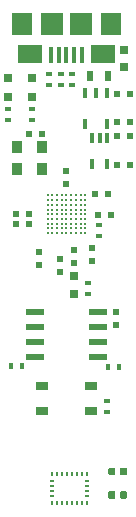
<source format=gbr>
G04 #@! TF.GenerationSoftware,KiCad,Pcbnew,5.1.0-060a0da~80~ubuntu18.04.1*
G04 #@! TF.CreationDate,2019-05-28T03:43:47+02:00*
G04 #@! TF.ProjectId,TinyFPGA-BX,54696e79-4650-4474-912d-42582e6b6963,rev?*
G04 #@! TF.SameCoordinates,Original*
G04 #@! TF.FileFunction,Paste,Top*
G04 #@! TF.FilePolarity,Positive*
%FSLAX46Y46*%
G04 Gerber Fmt 4.6, Leading zero omitted, Abs format (unit mm)*
G04 Created by KiCad (PCBNEW 5.1.0-060a0da~80~ubuntu18.04.1) date 2019-05-28 03:43:47*
%MOMM*%
%LPD*%
G04 APERTURE LIST*
%ADD10O,0.100000X0.335000*%
%ADD11O,0.100000X0.330000*%
%ADD12C,0.200000*%
%ADD13O,0.330000X0.100000*%
%ADD14O,0.335000X0.100000*%
%ADD15R,1.550000X0.600000*%
%ADD16R,0.600000X0.400000*%
%ADD17R,0.750000X0.800000*%
%ADD18R,0.500000X0.900000*%
%ADD19R,0.800000X0.800000*%
%ADD20R,0.400000X1.350000*%
%ADD21R,2.100000X1.600000*%
%ADD22R,1.800000X1.900000*%
%ADD23R,1.900000X1.900000*%
%ADD24R,0.900000X1.000000*%
%ADD25R,0.450000X0.950000*%
%ADD26R,0.400000X0.600000*%
%ADD27R,0.500000X0.600000*%
%ADD28R,0.600000X0.380000*%
%ADD29R,0.600000X0.500000*%
%ADD30R,1.050000X0.650000*%
%ADD31C,0.100000*%
%ADD32C,0.590000*%
%ADD33R,0.230000X0.350000*%
%ADD34R,0.350000X0.230000*%
G04 APERTURE END LIST*
D10*
X149530000Y-112514000D03*
D11*
X149930000Y-112514000D03*
D10*
X150330000Y-112514000D03*
X150730000Y-112514000D03*
D12*
X151130000Y-112514000D03*
D10*
X151530000Y-112514000D03*
X151930000Y-112514000D03*
X152330000Y-112514000D03*
X152730000Y-112514000D03*
D13*
X149530000Y-112914000D03*
D12*
X149930000Y-112914000D03*
X150330000Y-112914000D03*
X150730000Y-112914000D03*
X151130000Y-112914000D03*
X151530000Y-112914000D03*
X151930000Y-112914000D03*
X152330000Y-112914000D03*
X152730000Y-112914000D03*
D14*
X149530000Y-113314000D03*
D12*
X149930000Y-113314000D03*
X150330000Y-113314000D03*
X150730000Y-113314000D03*
X151130000Y-113314000D03*
X151530000Y-113314000D03*
X151930000Y-113314000D03*
X152330000Y-113314000D03*
D14*
X152730000Y-113314000D03*
X149530000Y-113714000D03*
D12*
X149930000Y-113714000D03*
X150330000Y-113714000D03*
X150730000Y-113714000D03*
X151130000Y-113714000D03*
X151530000Y-113714000D03*
X151930000Y-113714000D03*
X152330000Y-113714000D03*
D14*
X152730000Y-113714000D03*
X149530000Y-114114000D03*
D12*
X149930000Y-114114000D03*
X150330000Y-114114000D03*
X150730000Y-114114000D03*
X151130000Y-114114000D03*
X151530000Y-114114000D03*
X151930000Y-114114000D03*
X152330000Y-114114000D03*
D14*
X152730000Y-114114000D03*
D12*
X149530000Y-114514000D03*
X149930000Y-114514000D03*
X150330000Y-114514000D03*
X150730000Y-114514000D03*
X151130000Y-114514000D03*
X151530000Y-114514000D03*
X151930000Y-114514000D03*
X152330000Y-114514000D03*
D14*
X152730000Y-114514000D03*
X149530000Y-114914000D03*
D12*
X149930000Y-114914000D03*
X150330000Y-114914000D03*
X150730000Y-114914000D03*
X151130000Y-114914000D03*
X151530000Y-114914000D03*
X151930000Y-114914000D03*
X152330000Y-114914000D03*
D14*
X152730000Y-114914000D03*
D13*
X149530000Y-115314000D03*
D12*
X149930000Y-115314000D03*
X150330000Y-115314000D03*
X150730000Y-115314000D03*
X151130000Y-115314000D03*
X151530000Y-115314000D03*
X151930000Y-115314000D03*
X152330000Y-115314000D03*
D13*
X152730000Y-115314000D03*
D10*
X149530000Y-115714000D03*
D11*
X149930000Y-115714000D03*
D10*
X150330000Y-115714000D03*
X150730000Y-115714000D03*
X151130000Y-115714000D03*
X151530000Y-115714000D03*
X151930000Y-115714000D03*
D11*
X152330000Y-115714000D03*
D10*
X152730000Y-115714000D03*
D15*
X148436000Y-122353100D03*
X148436000Y-123623100D03*
X148436000Y-124893100D03*
X148436000Y-126163100D03*
X153836000Y-126163100D03*
X153836000Y-124893100D03*
X153836000Y-123623100D03*
X153836000Y-122353100D03*
D16*
X154536000Y-129923100D03*
X154536000Y-130823100D03*
D17*
X151736000Y-119373100D03*
X151736000Y-120873100D03*
X156036000Y-101673100D03*
X156036000Y-100173100D03*
D18*
X154636000Y-102423100D03*
X153136000Y-102423100D03*
D16*
X146183000Y-105223100D03*
X146183000Y-106123100D03*
X148215000Y-105223100D03*
X148215000Y-106123100D03*
D19*
X148215000Y-102587100D03*
X148215000Y-104187100D03*
X146183000Y-102587100D03*
X146183000Y-104187100D03*
D20*
X152436000Y-100648100D03*
X151786000Y-100648100D03*
X151136000Y-100648100D03*
X150486000Y-100648100D03*
X149836000Y-100648100D03*
D21*
X154236000Y-100523100D03*
X148036000Y-100523100D03*
D22*
X154936000Y-97973100D03*
X147336000Y-97973100D03*
D23*
X152336000Y-97973100D03*
X149936000Y-97973100D03*
D24*
X149086000Y-108423100D03*
X149086000Y-110323100D03*
X146986000Y-110323100D03*
X146986000Y-108423100D03*
D25*
X153636000Y-103873100D03*
X152686000Y-103873100D03*
X154586000Y-103873100D03*
X152686000Y-106473100D03*
X154586000Y-106473100D03*
D26*
X146450000Y-126954000D03*
X147350000Y-126954000D03*
D27*
X150555000Y-117864000D03*
X150555000Y-118964000D03*
D28*
X153930000Y-115914000D03*
X153930000Y-115014000D03*
D29*
X153830000Y-114164000D03*
X154930000Y-114164000D03*
D27*
X151130000Y-111514000D03*
X151130000Y-110414000D03*
D29*
X153555000Y-112439000D03*
X154655000Y-112439000D03*
X147986000Y-114923100D03*
X146886000Y-114923100D03*
X147986000Y-114123100D03*
X146886000Y-114123100D03*
X149069800Y-107349500D03*
X147969800Y-107349500D03*
D27*
X153255000Y-116964000D03*
X153255000Y-118064000D03*
X148836000Y-117273100D03*
X148836000Y-118373100D03*
X151736000Y-117123100D03*
X151736000Y-118223100D03*
D16*
X152936000Y-120873100D03*
X152936000Y-119973100D03*
D27*
X155336000Y-122373100D03*
X155336000Y-123473100D03*
D16*
X149636000Y-102273100D03*
X149636000Y-103173100D03*
X150636000Y-103173100D03*
X150636000Y-102273100D03*
X151636000Y-103173100D03*
X151636000Y-102273100D03*
D25*
X153936000Y-107623100D03*
X153286000Y-107623100D03*
X154586000Y-107623100D03*
X153286000Y-109823100D03*
X154586000Y-109823100D03*
D29*
X155386000Y-109923100D03*
X156486000Y-109923100D03*
X155386000Y-103923100D03*
X156486000Y-103923100D03*
X155386000Y-106323100D03*
X156486000Y-106323100D03*
X155386000Y-107523100D03*
X156486000Y-107523100D03*
D30*
X149061000Y-128648100D03*
X153211000Y-128648100D03*
X153211000Y-130798100D03*
X149061000Y-130798100D03*
D26*
X154690000Y-127064000D03*
X155590000Y-127064000D03*
D31*
G36*
X155141959Y-135569711D02*
G01*
X155156277Y-135571835D01*
X155170318Y-135575352D01*
X155183947Y-135580229D01*
X155197032Y-135586418D01*
X155209448Y-135593859D01*
X155221074Y-135602482D01*
X155231799Y-135612203D01*
X155241520Y-135622928D01*
X155250143Y-135634554D01*
X155257584Y-135646970D01*
X155263773Y-135660055D01*
X155268650Y-135673684D01*
X155272167Y-135687725D01*
X155274291Y-135702043D01*
X155275001Y-135716501D01*
X155275001Y-136061501D01*
X155274291Y-136075959D01*
X155272167Y-136090277D01*
X155268650Y-136104318D01*
X155263773Y-136117947D01*
X155257584Y-136131032D01*
X155250143Y-136143448D01*
X155241520Y-136155074D01*
X155231799Y-136165799D01*
X155221074Y-136175520D01*
X155209448Y-136184143D01*
X155197032Y-136191584D01*
X155183947Y-136197773D01*
X155170318Y-136202650D01*
X155156277Y-136206167D01*
X155141959Y-136208291D01*
X155127501Y-136209001D01*
X154832501Y-136209001D01*
X154818043Y-136208291D01*
X154803725Y-136206167D01*
X154789684Y-136202650D01*
X154776055Y-136197773D01*
X154762970Y-136191584D01*
X154750554Y-136184143D01*
X154738928Y-136175520D01*
X154728203Y-136165799D01*
X154718482Y-136155074D01*
X154709859Y-136143448D01*
X154702418Y-136131032D01*
X154696229Y-136117947D01*
X154691352Y-136104318D01*
X154687835Y-136090277D01*
X154685711Y-136075959D01*
X154685001Y-136061501D01*
X154685001Y-135716501D01*
X154685711Y-135702043D01*
X154687835Y-135687725D01*
X154691352Y-135673684D01*
X154696229Y-135660055D01*
X154702418Y-135646970D01*
X154709859Y-135634554D01*
X154718482Y-135622928D01*
X154728203Y-135612203D01*
X154738928Y-135602482D01*
X154750554Y-135593859D01*
X154762970Y-135586418D01*
X154776055Y-135580229D01*
X154789684Y-135575352D01*
X154803725Y-135571835D01*
X154818043Y-135569711D01*
X154832501Y-135569001D01*
X155127501Y-135569001D01*
X155141959Y-135569711D01*
X155141959Y-135569711D01*
G37*
D32*
X154980001Y-135889001D03*
D31*
G36*
X156111959Y-135569711D02*
G01*
X156126277Y-135571835D01*
X156140318Y-135575352D01*
X156153947Y-135580229D01*
X156167032Y-135586418D01*
X156179448Y-135593859D01*
X156191074Y-135602482D01*
X156201799Y-135612203D01*
X156211520Y-135622928D01*
X156220143Y-135634554D01*
X156227584Y-135646970D01*
X156233773Y-135660055D01*
X156238650Y-135673684D01*
X156242167Y-135687725D01*
X156244291Y-135702043D01*
X156245001Y-135716501D01*
X156245001Y-136061501D01*
X156244291Y-136075959D01*
X156242167Y-136090277D01*
X156238650Y-136104318D01*
X156233773Y-136117947D01*
X156227584Y-136131032D01*
X156220143Y-136143448D01*
X156211520Y-136155074D01*
X156201799Y-136165799D01*
X156191074Y-136175520D01*
X156179448Y-136184143D01*
X156167032Y-136191584D01*
X156153947Y-136197773D01*
X156140318Y-136202650D01*
X156126277Y-136206167D01*
X156111959Y-136208291D01*
X156097501Y-136209001D01*
X155802501Y-136209001D01*
X155788043Y-136208291D01*
X155773725Y-136206167D01*
X155759684Y-136202650D01*
X155746055Y-136197773D01*
X155732970Y-136191584D01*
X155720554Y-136184143D01*
X155708928Y-136175520D01*
X155698203Y-136165799D01*
X155688482Y-136155074D01*
X155679859Y-136143448D01*
X155672418Y-136131032D01*
X155666229Y-136117947D01*
X155661352Y-136104318D01*
X155657835Y-136090277D01*
X155655711Y-136075959D01*
X155655001Y-136061501D01*
X155655001Y-135716501D01*
X155655711Y-135702043D01*
X155657835Y-135687725D01*
X155661352Y-135673684D01*
X155666229Y-135660055D01*
X155672418Y-135646970D01*
X155679859Y-135634554D01*
X155688482Y-135622928D01*
X155698203Y-135612203D01*
X155708928Y-135602482D01*
X155720554Y-135593859D01*
X155732970Y-135586418D01*
X155746055Y-135580229D01*
X155759684Y-135575352D01*
X155773725Y-135571835D01*
X155788043Y-135569711D01*
X155802501Y-135569001D01*
X156097501Y-135569001D01*
X156111959Y-135569711D01*
X156111959Y-135569711D01*
G37*
D32*
X155950001Y-135889001D03*
D31*
G36*
X156111959Y-137559711D02*
G01*
X156126277Y-137561835D01*
X156140318Y-137565352D01*
X156153947Y-137570229D01*
X156167032Y-137576418D01*
X156179448Y-137583859D01*
X156191074Y-137592482D01*
X156201799Y-137602203D01*
X156211520Y-137612928D01*
X156220143Y-137624554D01*
X156227584Y-137636970D01*
X156233773Y-137650055D01*
X156238650Y-137663684D01*
X156242167Y-137677725D01*
X156244291Y-137692043D01*
X156245001Y-137706501D01*
X156245001Y-138051501D01*
X156244291Y-138065959D01*
X156242167Y-138080277D01*
X156238650Y-138094318D01*
X156233773Y-138107947D01*
X156227584Y-138121032D01*
X156220143Y-138133448D01*
X156211520Y-138145074D01*
X156201799Y-138155799D01*
X156191074Y-138165520D01*
X156179448Y-138174143D01*
X156167032Y-138181584D01*
X156153947Y-138187773D01*
X156140318Y-138192650D01*
X156126277Y-138196167D01*
X156111959Y-138198291D01*
X156097501Y-138199001D01*
X155802501Y-138199001D01*
X155788043Y-138198291D01*
X155773725Y-138196167D01*
X155759684Y-138192650D01*
X155746055Y-138187773D01*
X155732970Y-138181584D01*
X155720554Y-138174143D01*
X155708928Y-138165520D01*
X155698203Y-138155799D01*
X155688482Y-138145074D01*
X155679859Y-138133448D01*
X155672418Y-138121032D01*
X155666229Y-138107947D01*
X155661352Y-138094318D01*
X155657835Y-138080277D01*
X155655711Y-138065959D01*
X155655001Y-138051501D01*
X155655001Y-137706501D01*
X155655711Y-137692043D01*
X155657835Y-137677725D01*
X155661352Y-137663684D01*
X155666229Y-137650055D01*
X155672418Y-137636970D01*
X155679859Y-137624554D01*
X155688482Y-137612928D01*
X155698203Y-137602203D01*
X155708928Y-137592482D01*
X155720554Y-137583859D01*
X155732970Y-137576418D01*
X155746055Y-137570229D01*
X155759684Y-137565352D01*
X155773725Y-137561835D01*
X155788043Y-137559711D01*
X155802501Y-137559001D01*
X156097501Y-137559001D01*
X156111959Y-137559711D01*
X156111959Y-137559711D01*
G37*
D32*
X155950001Y-137879001D03*
D31*
G36*
X155141959Y-137559711D02*
G01*
X155156277Y-137561835D01*
X155170318Y-137565352D01*
X155183947Y-137570229D01*
X155197032Y-137576418D01*
X155209448Y-137583859D01*
X155221074Y-137592482D01*
X155231799Y-137602203D01*
X155241520Y-137612928D01*
X155250143Y-137624554D01*
X155257584Y-137636970D01*
X155263773Y-137650055D01*
X155268650Y-137663684D01*
X155272167Y-137677725D01*
X155274291Y-137692043D01*
X155275001Y-137706501D01*
X155275001Y-138051501D01*
X155274291Y-138065959D01*
X155272167Y-138080277D01*
X155268650Y-138094318D01*
X155263773Y-138107947D01*
X155257584Y-138121032D01*
X155250143Y-138133448D01*
X155241520Y-138145074D01*
X155231799Y-138155799D01*
X155221074Y-138165520D01*
X155209448Y-138174143D01*
X155197032Y-138181584D01*
X155183947Y-138187773D01*
X155170318Y-138192650D01*
X155156277Y-138196167D01*
X155141959Y-138198291D01*
X155127501Y-138199001D01*
X154832501Y-138199001D01*
X154818043Y-138198291D01*
X154803725Y-138196167D01*
X154789684Y-138192650D01*
X154776055Y-138187773D01*
X154762970Y-138181584D01*
X154750554Y-138174143D01*
X154738928Y-138165520D01*
X154728203Y-138155799D01*
X154718482Y-138145074D01*
X154709859Y-138133448D01*
X154702418Y-138121032D01*
X154696229Y-138107947D01*
X154691352Y-138094318D01*
X154687835Y-138080277D01*
X154685711Y-138065959D01*
X154685001Y-138051501D01*
X154685001Y-137706501D01*
X154685711Y-137692043D01*
X154687835Y-137677725D01*
X154691352Y-137663684D01*
X154696229Y-137650055D01*
X154702418Y-137636970D01*
X154709859Y-137624554D01*
X154718482Y-137612928D01*
X154728203Y-137602203D01*
X154738928Y-137592482D01*
X154750554Y-137583859D01*
X154762970Y-137576418D01*
X154776055Y-137570229D01*
X154789684Y-137565352D01*
X154803725Y-137561835D01*
X154818043Y-137559711D01*
X154832501Y-137559001D01*
X155127501Y-137559001D01*
X155141959Y-137559711D01*
X155141959Y-137559711D01*
G37*
D32*
X154980001Y-137879001D03*
D33*
X149885001Y-136079001D03*
D34*
X149915001Y-136659001D03*
X152865001Y-136659001D03*
X149915001Y-137089001D03*
X152865001Y-137089001D03*
X149915001Y-137519001D03*
X152865001Y-137519001D03*
X149915001Y-137949001D03*
X152865001Y-137949001D03*
D33*
X150315001Y-136079001D03*
X150745001Y-136079001D03*
X151175001Y-136079001D03*
X151605001Y-136079001D03*
X152035001Y-136079001D03*
X152465001Y-136079001D03*
X152895001Y-136079001D03*
X149885001Y-138529001D03*
X150315001Y-138529001D03*
X150745001Y-138529001D03*
X151175001Y-138529001D03*
X151605001Y-138529001D03*
X152035001Y-138529001D03*
X152465001Y-138529001D03*
X152895001Y-138529001D03*
M02*

</source>
